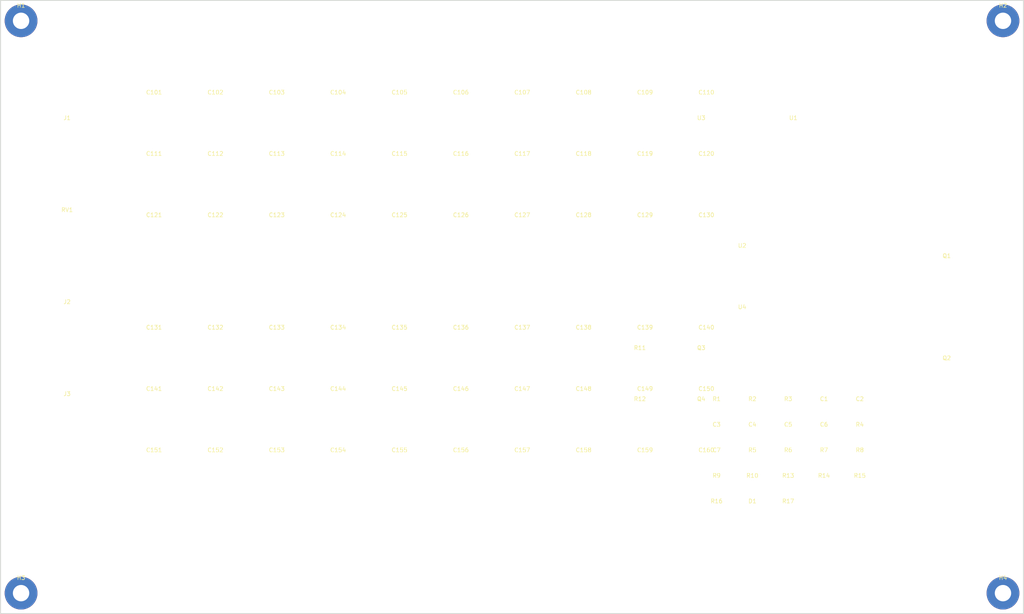
<source format=kicad_pcb>
(kicad_pcb (version 20241229) (generator "generate_pcb.py") (generator_version "1.0")
  (title_block (title "Generator Soft-Start") (date "2025-01") (rev "A") (comment 1 "Supercapacitor Power Assist") (comment 2 "200x120mm 2-layer PCB"))
  (layers (0 "F.Cu" signal) (31 "B.Cu" signal) (34 "B.Paste" user) (35 "F.Paste" user) (36 "B.SilkS" user "B.Silkscreen") (37 "F.SilkS" user "F.Silkscreen") (38 "B.Mask" user) (39 "F.Mask" user) (44 "Edge.Cuts" user))
  (net 0 "")
  (net 1 "GND")
  (net 2 "+3.3V")
  (net 3 "AC_L")
  (net 4 "AC_N")
  (net 5 "SC_POS")
  (net 6 "SC_NEG")
  (gr_rect (start 0 0) (end 200.0000 120.0000) (stroke (width 0.15)) (fill none) (layer "Edge.Cuts"))
  (footprint "MountingHole:MountingHole_3.2mm_M3" (layer "F.Cu") (at 4.0000 4.0000)
    (property "Reference" "H1" (at 0 -3 0) (layer "F.SilkS") (effects (font (size 0.8 0.8) (thickness 0.12))))
    (property "Value" "MountingHole")
    (pad "1" thru_hole circle (at 0 0) (size 6.4 6.4) (drill 3.2) (layers "*.Cu" "*.Mask"))
  )
  (footprint "MountingHole:MountingHole_3.2mm_M3" (layer "F.Cu") (at 196.0000 4.0000)
    (property "Reference" "H2" (at 0 -3 0) (layer "F.SilkS") (effects (font (size 0.8 0.8) (thickness 0.12))))
    (property "Value" "MountingHole")
    (pad "1" thru_hole circle (at 0 0) (size 6.4 6.4) (drill 3.2) (layers "*.Cu" "*.Mask"))
  )
  (footprint "MountingHole:MountingHole_3.2mm_M3" (layer "F.Cu") (at 4.0000 116.0000)
    (property "Reference" "H3" (at 0 -3 0) (layer "F.SilkS") (effects (font (size 0.8 0.8) (thickness 0.12))))
    (property "Value" "MountingHole")
    (pad "1" thru_hole circle (at 0 0) (size 6.4 6.4) (drill 3.2) (layers "*.Cu" "*.Mask"))
  )
  (footprint "MountingHole:MountingHole_3.2mm_M3" (layer "F.Cu") (at 196.0000 116.0000)
    (property "Reference" "H4" (at 0 -3 0) (layer "F.SilkS") (effects (font (size 0.8 0.8) (thickness 0.12))))
    (property "Value" "MountingHole")
    (pad "1" thru_hole circle (at 0 0) (size 6.4 6.4) (drill 3.2) (layers "*.Cu" "*.Mask"))
  )
  (footprint "Capacitor_THT:CP_Radial_D10.0mm_P5.00mm" (layer "F.Cu") (at 30.0000 20.0000 0)
    (property "Reference" "C101" (at 0 -2 0) (layer "F.SilkS") (effects (font (size 0.8 0.8) (thickness 0.12))))
    (property "Value" "12F 2.7V")
  )
  (footprint "Capacitor_THT:CP_Radial_D10.0mm_P5.00mm" (layer "F.Cu") (at 42.0000 20.0000 0)
    (property "Reference" "C102" (at 0 -2 0) (layer "F.SilkS") (effects (font (size 0.8 0.8) (thickness 0.12))))
    (property "Value" "12F 2.7V")
  )
  (footprint "Capacitor_THT:CP_Radial_D10.0mm_P5.00mm" (layer "F.Cu") (at 54.0000 20.0000 0)
    (property "Reference" "C103" (at 0 -2 0) (layer "F.SilkS") (effects (font (size 0.8 0.8) (thickness 0.12))))
    (property "Value" "12F 2.7V")
  )
  (footprint "Capacitor_THT:CP_Radial_D10.0mm_P5.00mm" (layer "F.Cu") (at 66.0000 20.0000 0)
    (property "Reference" "C104" (at 0 -2 0) (layer "F.SilkS") (effects (font (size 0.8 0.8) (thickness 0.12))))
    (property "Value" "12F 2.7V")
  )
  (footprint "Capacitor_THT:CP_Radial_D10.0mm_P5.00mm" (layer "F.Cu") (at 78.0000 20.0000 0)
    (property "Reference" "C105" (at 0 -2 0) (layer "F.SilkS") (effects (font (size 0.8 0.8) (thickness 0.12))))
    (property "Value" "12F 2.7V")
  )
  (footprint "Capacitor_THT:CP_Radial_D10.0mm_P5.00mm" (layer "F.Cu") (at 90.0000 20.0000 0)
    (property "Reference" "C106" (at 0 -2 0) (layer "F.SilkS") (effects (font (size 0.8 0.8) (thickness 0.12))))
    (property "Value" "12F 2.7V")
  )
  (footprint "Capacitor_THT:CP_Radial_D10.0mm_P5.00mm" (layer "F.Cu") (at 102.0000 20.0000 0)
    (property "Reference" "C107" (at 0 -2 0) (layer "F.SilkS") (effects (font (size 0.8 0.8) (thickness 0.12))))
    (property "Value" "12F 2.7V")
  )
  (footprint "Capacitor_THT:CP_Radial_D10.0mm_P5.00mm" (layer "F.Cu") (at 114.0000 20.0000 0)
    (property "Reference" "C108" (at 0 -2 0) (layer "F.SilkS") (effects (font (size 0.8 0.8) (thickness 0.12))))
    (property "Value" "12F 2.7V")
  )
  (footprint "Capacitor_THT:CP_Radial_D10.0mm_P5.00mm" (layer "F.Cu") (at 126.0000 20.0000 0)
    (property "Reference" "C109" (at 0 -2 0) (layer "F.SilkS") (effects (font (size 0.8 0.8) (thickness 0.12))))
    (property "Value" "12F 2.7V")
  )
  (footprint "Capacitor_THT:CP_Radial_D10.0mm_P5.00mm" (layer "F.Cu") (at 138.0000 20.0000 0)
    (property "Reference" "C110" (at 0 -2 0) (layer "F.SilkS") (effects (font (size 0.8 0.8) (thickness 0.12))))
    (property "Value" "12F 2.7V")
  )
  (footprint "Capacitor_THT:CP_Radial_D10.0mm_P5.00mm" (layer "F.Cu") (at 30.0000 32.0000 0)
    (property "Reference" "C111" (at 0 -2 0) (layer "F.SilkS") (effects (font (size 0.8 0.8) (thickness 0.12))))
    (property "Value" "12F 2.7V")
  )
  (footprint "Capacitor_THT:CP_Radial_D10.0mm_P5.00mm" (layer "F.Cu") (at 42.0000 32.0000 0)
    (property "Reference" "C112" (at 0 -2 0) (layer "F.SilkS") (effects (font (size 0.8 0.8) (thickness 0.12))))
    (property "Value" "12F 2.7V")
  )
  (footprint "Capacitor_THT:CP_Radial_D10.0mm_P5.00mm" (layer "F.Cu") (at 54.0000 32.0000 0)
    (property "Reference" "C113" (at 0 -2 0) (layer "F.SilkS") (effects (font (size 0.8 0.8) (thickness 0.12))))
    (property "Value" "12F 2.7V")
  )
  (footprint "Capacitor_THT:CP_Radial_D10.0mm_P5.00mm" (layer "F.Cu") (at 66.0000 32.0000 0)
    (property "Reference" "C114" (at 0 -2 0) (layer "F.SilkS") (effects (font (size 0.8 0.8) (thickness 0.12))))
    (property "Value" "12F 2.7V")
  )
  (footprint "Capacitor_THT:CP_Radial_D10.0mm_P5.00mm" (layer "F.Cu") (at 78.0000 32.0000 0)
    (property "Reference" "C115" (at 0 -2 0) (layer "F.SilkS") (effects (font (size 0.8 0.8) (thickness 0.12))))
    (property "Value" "12F 2.7V")
  )
  (footprint "Capacitor_THT:CP_Radial_D10.0mm_P5.00mm" (layer "F.Cu") (at 90.0000 32.0000 0)
    (property "Reference" "C116" (at 0 -2 0) (layer "F.SilkS") (effects (font (size 0.8 0.8) (thickness 0.12))))
    (property "Value" "12F 2.7V")
  )
  (footprint "Capacitor_THT:CP_Radial_D10.0mm_P5.00mm" (layer "F.Cu") (at 102.0000 32.0000 0)
    (property "Reference" "C117" (at 0 -2 0) (layer "F.SilkS") (effects (font (size 0.8 0.8) (thickness 0.12))))
    (property "Value" "12F 2.7V")
  )
  (footprint "Capacitor_THT:CP_Radial_D10.0mm_P5.00mm" (layer "F.Cu") (at 114.0000 32.0000 0)
    (property "Reference" "C118" (at 0 -2 0) (layer "F.SilkS") (effects (font (size 0.8 0.8) (thickness 0.12))))
    (property "Value" "12F 2.7V")
  )
  (footprint "Capacitor_THT:CP_Radial_D10.0mm_P5.00mm" (layer "F.Cu") (at 126.0000 32.0000 0)
    (property "Reference" "C119" (at 0 -2 0) (layer "F.SilkS") (effects (font (size 0.8 0.8) (thickness 0.12))))
    (property "Value" "12F 2.7V")
  )
  (footprint "Capacitor_THT:CP_Radial_D10.0mm_P5.00mm" (layer "F.Cu") (at 138.0000 32.0000 0)
    (property "Reference" "C120" (at 0 -2 0) (layer "F.SilkS") (effects (font (size 0.8 0.8) (thickness 0.12))))
    (property "Value" "12F 2.7V")
  )
  (footprint "Capacitor_THT:CP_Radial_D10.0mm_P5.00mm" (layer "F.Cu") (at 30.0000 44.0000 0)
    (property "Reference" "C121" (at 0 -2 0) (layer "F.SilkS") (effects (font (size 0.8 0.8) (thickness 0.12))))
    (property "Value" "12F 2.7V")
  )
  (footprint "Capacitor_THT:CP_Radial_D10.0mm_P5.00mm" (layer "F.Cu") (at 42.0000 44.0000 0)
    (property "Reference" "C122" (at 0 -2 0) (layer "F.SilkS") (effects (font (size 0.8 0.8) (thickness 0.12))))
    (property "Value" "12F 2.7V")
  )
  (footprint "Capacitor_THT:CP_Radial_D10.0mm_P5.00mm" (layer "F.Cu") (at 54.0000 44.0000 0)
    (property "Reference" "C123" (at 0 -2 0) (layer "F.SilkS") (effects (font (size 0.8 0.8) (thickness 0.12))))
    (property "Value" "12F 2.7V")
  )
  (footprint "Capacitor_THT:CP_Radial_D10.0mm_P5.00mm" (layer "F.Cu") (at 66.0000 44.0000 0)
    (property "Reference" "C124" (at 0 -2 0) (layer "F.SilkS") (effects (font (size 0.8 0.8) (thickness 0.12))))
    (property "Value" "12F 2.7V")
  )
  (footprint "Capacitor_THT:CP_Radial_D10.0mm_P5.00mm" (layer "F.Cu") (at 78.0000 44.0000 0)
    (property "Reference" "C125" (at 0 -2 0) (layer "F.SilkS") (effects (font (size 0.8 0.8) (thickness 0.12))))
    (property "Value" "12F 2.7V")
  )
  (footprint "Capacitor_THT:CP_Radial_D10.0mm_P5.00mm" (layer "F.Cu") (at 90.0000 44.0000 0)
    (property "Reference" "C126" (at 0 -2 0) (layer "F.SilkS") (effects (font (size 0.8 0.8) (thickness 0.12))))
    (property "Value" "12F 2.7V")
  )
  (footprint "Capacitor_THT:CP_Radial_D10.0mm_P5.00mm" (layer "F.Cu") (at 102.0000 44.0000 0)
    (property "Reference" "C127" (at 0 -2 0) (layer "F.SilkS") (effects (font (size 0.8 0.8) (thickness 0.12))))
    (property "Value" "12F 2.7V")
  )
  (footprint "Capacitor_THT:CP_Radial_D10.0mm_P5.00mm" (layer "F.Cu") (at 114.0000 44.0000 0)
    (property "Reference" "C128" (at 0 -2 0) (layer "F.SilkS") (effects (font (size 0.8 0.8) (thickness 0.12))))
    (property "Value" "12F 2.7V")
  )
  (footprint "Capacitor_THT:CP_Radial_D10.0mm_P5.00mm" (layer "F.Cu") (at 126.0000 44.0000 0)
    (property "Reference" "C129" (at 0 -2 0) (layer "F.SilkS") (effects (font (size 0.8 0.8) (thickness 0.12))))
    (property "Value" "12F 2.7V")
  )
  (footprint "Capacitor_THT:CP_Radial_D10.0mm_P5.00mm" (layer "F.Cu") (at 138.0000 44.0000 0)
    (property "Reference" "C130" (at 0 -2 0) (layer "F.SilkS") (effects (font (size 0.8 0.8) (thickness 0.12))))
    (property "Value" "12F 2.7V")
  )
  (footprint "Capacitor_THT:CP_Radial_D10.0mm_P5.00mm" (layer "F.Cu") (at 30.0000 66.0000 0)
    (property "Reference" "C131" (at 0 -2 0) (layer "F.SilkS") (effects (font (size 0.8 0.8) (thickness 0.12))))
    (property "Value" "12F 2.7V")
  )
  (footprint "Capacitor_THT:CP_Radial_D10.0mm_P5.00mm" (layer "F.Cu") (at 42.0000 66.0000 0)
    (property "Reference" "C132" (at 0 -2 0) (layer "F.SilkS") (effects (font (size 0.8 0.8) (thickness 0.12))))
    (property "Value" "12F 2.7V")
  )
  (footprint "Capacitor_THT:CP_Radial_D10.0mm_P5.00mm" (layer "F.Cu") (at 54.0000 66.0000 0)
    (property "Reference" "C133" (at 0 -2 0) (layer "F.SilkS") (effects (font (size 0.8 0.8) (thickness 0.12))))
    (property "Value" "12F 2.7V")
  )
  (footprint "Capacitor_THT:CP_Radial_D10.0mm_P5.00mm" (layer "F.Cu") (at 66.0000 66.0000 0)
    (property "Reference" "C134" (at 0 -2 0) (layer "F.SilkS") (effects (font (size 0.8 0.8) (thickness 0.12))))
    (property "Value" "12F 2.7V")
  )
  (footprint "Capacitor_THT:CP_Radial_D10.0mm_P5.00mm" (layer "F.Cu") (at 78.0000 66.0000 0)
    (property "Reference" "C135" (at 0 -2 0) (layer "F.SilkS") (effects (font (size 0.8 0.8) (thickness 0.12))))
    (property "Value" "12F 2.7V")
  )
  (footprint "Capacitor_THT:CP_Radial_D10.0mm_P5.00mm" (layer "F.Cu") (at 90.0000 66.0000 0)
    (property "Reference" "C136" (at 0 -2 0) (layer "F.SilkS") (effects (font (size 0.8 0.8) (thickness 0.12))))
    (property "Value" "12F 2.7V")
  )
  (footprint "Capacitor_THT:CP_Radial_D10.0mm_P5.00mm" (layer "F.Cu") (at 102.0000 66.0000 0)
    (property "Reference" "C137" (at 0 -2 0) (layer "F.SilkS") (effects (font (size 0.8 0.8) (thickness 0.12))))
    (property "Value" "12F 2.7V")
  )
  (footprint "Capacitor_THT:CP_Radial_D10.0mm_P5.00mm" (layer "F.Cu") (at 114.0000 66.0000 0)
    (property "Reference" "C138" (at 0 -2 0) (layer "F.SilkS") (effects (font (size 0.8 0.8) (thickness 0.12))))
    (property "Value" "12F 2.7V")
  )
  (footprint "Capacitor_THT:CP_Radial_D10.0mm_P5.00mm" (layer "F.Cu") (at 126.0000 66.0000 0)
    (property "Reference" "C139" (at 0 -2 0) (layer "F.SilkS") (effects (font (size 0.8 0.8) (thickness 0.12))))
    (property "Value" "12F 2.7V")
  )
  (footprint "Capacitor_THT:CP_Radial_D10.0mm_P5.00mm" (layer "F.Cu") (at 138.0000 66.0000 0)
    (property "Reference" "C140" (at 0 -2 0) (layer "F.SilkS") (effects (font (size 0.8 0.8) (thickness 0.12))))
    (property "Value" "12F 2.7V")
  )
  (footprint "Capacitor_THT:CP_Radial_D10.0mm_P5.00mm" (layer "F.Cu") (at 30.0000 78.0000 0)
    (property "Reference" "C141" (at 0 -2 0) (layer "F.SilkS") (effects (font (size 0.8 0.8) (thickness 0.12))))
    (property "Value" "12F 2.7V")
  )
  (footprint "Capacitor_THT:CP_Radial_D10.0mm_P5.00mm" (layer "F.Cu") (at 42.0000 78.0000 0)
    (property "Reference" "C142" (at 0 -2 0) (layer "F.SilkS") (effects (font (size 0.8 0.8) (thickness 0.12))))
    (property "Value" "12F 2.7V")
  )
  (footprint "Capacitor_THT:CP_Radial_D10.0mm_P5.00mm" (layer "F.Cu") (at 54.0000 78.0000 0)
    (property "Reference" "C143" (at 0 -2 0) (layer "F.SilkS") (effects (font (size 0.8 0.8) (thickness 0.12))))
    (property "Value" "12F 2.7V")
  )
  (footprint "Capacitor_THT:CP_Radial_D10.0mm_P5.00mm" (layer "F.Cu") (at 66.0000 78.0000 0)
    (property "Reference" "C144" (at 0 -2 0) (layer "F.SilkS") (effects (font (size 0.8 0.8) (thickness 0.12))))
    (property "Value" "12F 2.7V")
  )
  (footprint "Capacitor_THT:CP_Radial_D10.0mm_P5.00mm" (layer "F.Cu") (at 78.0000 78.0000 0)
    (property "Reference" "C145" (at 0 -2 0) (layer "F.SilkS") (effects (font (size 0.8 0.8) (thickness 0.12))))
    (property "Value" "12F 2.7V")
  )
  (footprint "Capacitor_THT:CP_Radial_D10.0mm_P5.00mm" (layer "F.Cu") (at 90.0000 78.0000 0)
    (property "Reference" "C146" (at 0 -2 0) (layer "F.SilkS") (effects (font (size 0.8 0.8) (thickness 0.12))))
    (property "Value" "12F 2.7V")
  )
  (footprint "Capacitor_THT:CP_Radial_D10.0mm_P5.00mm" (layer "F.Cu") (at 102.0000 78.0000 0)
    (property "Reference" "C147" (at 0 -2 0) (layer "F.SilkS") (effects (font (size 0.8 0.8) (thickness 0.12))))
    (property "Value" "12F 2.7V")
  )
  (footprint "Capacitor_THT:CP_Radial_D10.0mm_P5.00mm" (layer "F.Cu") (at 114.0000 78.0000 0)
    (property "Reference" "C148" (at 0 -2 0) (layer "F.SilkS") (effects (font (size 0.8 0.8) (thickness 0.12))))
    (property "Value" "12F 2.7V")
  )
  (footprint "Capacitor_THT:CP_Radial_D10.0mm_P5.00mm" (layer "F.Cu") (at 126.0000 78.0000 0)
    (property "Reference" "C149" (at 0 -2 0) (layer "F.SilkS") (effects (font (size 0.8 0.8) (thickness 0.12))))
    (property "Value" "12F 2.7V")
  )
  (footprint "Capacitor_THT:CP_Radial_D10.0mm_P5.00mm" (layer "F.Cu") (at 138.0000 78.0000 0)
    (property "Reference" "C150" (at 0 -2 0) (layer "F.SilkS") (effects (font (size 0.8 0.8) (thickness 0.12))))
    (property "Value" "12F 2.7V")
  )
  (footprint "Capacitor_THT:CP_Radial_D10.0mm_P5.00mm" (layer "F.Cu") (at 30.0000 90.0000 0)
    (property "Reference" "C151" (at 0 -2 0) (layer "F.SilkS") (effects (font (size 0.8 0.8) (thickness 0.12))))
    (property "Value" "12F 2.7V")
  )
  (footprint "Capacitor_THT:CP_Radial_D10.0mm_P5.00mm" (layer "F.Cu") (at 42.0000 90.0000 0)
    (property "Reference" "C152" (at 0 -2 0) (layer "F.SilkS") (effects (font (size 0.8 0.8) (thickness 0.12))))
    (property "Value" "12F 2.7V")
  )
  (footprint "Capacitor_THT:CP_Radial_D10.0mm_P5.00mm" (layer "F.Cu") (at 54.0000 90.0000 0)
    (property "Reference" "C153" (at 0 -2 0) (layer "F.SilkS") (effects (font (size 0.8 0.8) (thickness 0.12))))
    (property "Value" "12F 2.7V")
  )
  (footprint "Capacitor_THT:CP_Radial_D10.0mm_P5.00mm" (layer "F.Cu") (at 66.0000 90.0000 0)
    (property "Reference" "C154" (at 0 -2 0) (layer "F.SilkS") (effects (font (size 0.8 0.8) (thickness 0.12))))
    (property "Value" "12F 2.7V")
  )
  (footprint "Capacitor_THT:CP_Radial_D10.0mm_P5.00mm" (layer "F.Cu") (at 78.0000 90.0000 0)
    (property "Reference" "C155" (at 0 -2 0) (layer "F.SilkS") (effects (font (size 0.8 0.8) (thickness 0.12))))
    (property "Value" "12F 2.7V")
  )
  (footprint "Capacitor_THT:CP_Radial_D10.0mm_P5.00mm" (layer "F.Cu") (at 90.0000 90.0000 0)
    (property "Reference" "C156" (at 0 -2 0) (layer "F.SilkS") (effects (font (size 0.8 0.8) (thickness 0.12))))
    (property "Value" "12F 2.7V")
  )
  (footprint "Capacitor_THT:CP_Radial_D10.0mm_P5.00mm" (layer "F.Cu") (at 102.0000 90.0000 0)
    (property "Reference" "C157" (at 0 -2 0) (layer "F.SilkS") (effects (font (size 0.8 0.8) (thickness 0.12))))
    (property "Value" "12F 2.7V")
  )
  (footprint "Capacitor_THT:CP_Radial_D10.0mm_P5.00mm" (layer "F.Cu") (at 114.0000 90.0000 0)
    (property "Reference" "C158" (at 0 -2 0) (layer "F.SilkS") (effects (font (size 0.8 0.8) (thickness 0.12))))
    (property "Value" "12F 2.7V")
  )
  (footprint "Capacitor_THT:CP_Radial_D10.0mm_P5.00mm" (layer "F.Cu") (at 126.0000 90.0000 0)
    (property "Reference" "C159" (at 0 -2 0) (layer "F.SilkS") (effects (font (size 0.8 0.8) (thickness 0.12))))
    (property "Value" "12F 2.7V")
  )
  (footprint "Capacitor_THT:CP_Radial_D10.0mm_P5.00mm" (layer "F.Cu") (at 138.0000 90.0000 0)
    (property "Reference" "C160" (at 0 -2 0) (layer "F.SilkS") (effects (font (size 0.8 0.8) (thickness 0.12))))
    (property "Value" "12F 2.7V")
  )
  (footprint "TerminalBlock:TerminalBlock_bornier-2_P5.08mm" (layer "F.Cu") (at 13.0000 25.0000 0)
    (property "Reference" "J1" (at 0 -2 0) (layer "F.SilkS") (effects (font (size 0.8 0.8) (thickness 0.12))))
    (property "Value" "AC_IN")
  )
  (footprint "Varistor:RV_Disc_D12mm_W4.2mm_P7.5mm" (layer "F.Cu") (at 13.0000 43.0000 0)
    (property "Reference" "RV1" (at 0 -2 0) (layer "F.SilkS") (effects (font (size 0.8 0.8) (thickness 0.12))))
    (property "Value" "275VAC")
  )
  (footprint "TerminalBlock:TerminalBlock_bornier-2_P5.08mm" (layer "F.Cu") (at 13.0000 61.0000 0)
    (property "Reference" "J2" (at 0 -2 0) (layer "F.SilkS") (effects (font (size 0.8 0.8) (thickness 0.12))))
    (property "Value" "AC_OUT")
  )
  (footprint "Connector_PinHeader_2.54mm:PinHeader_1x05_P2.54mm_Vertical" (layer "F.Cu") (at 13.0000 79.0000 0)
    (property "Reference" "J3" (at 0 -2 0) (layer "F.SilkS") (effects (font (size 0.8 0.8) (thickness 0.12))))
    (property "Value" "SWD")
  )
  (footprint "Package_SO:TSSOP-20_4.4x6.5mm_P0.65mm" (layer "F.Cu") (at 155.0000 25.0000 0)
    (property "Reference" "U1" (at 0 -2 0) (layer "F.SilkS") (effects (font (size 0.8 0.8) (thickness 0.12))))
    (property "Value" "STM32G031F6P6")
  )
  (footprint "Package_DIP:DIP-6_W7.62mm" (layer "F.Cu") (at 145.0000 50.0000 0)
    (property "Reference" "U2" (at 0 -2 0) (layer "F.SilkS") (effects (font (size 0.8 0.8) (thickness 0.12))))
    (property "Value" "H11AA1")
  )
  (footprint "Package_TO_SOT_SMD:SOT-23-5" (layer "F.Cu") (at 145.0000 62.0000 0)
    (property "Reference" "U4" (at 0 -2 0) (layer "F.SilkS") (effects (font (size 0.8 0.8) (thickness 0.12))))
    (property "Value" "INA180A1")
  )
  (footprint "Package_TO_SOT_THT:TO-220-3_Vertical" (layer "F.Cu") (at 183.0000 50.0000 270)
    (property "Reference" "Q1" (at 0 -2 0) (layer "F.SilkS") (effects (font (size 0.8 0.8) (thickness 0.12))))
    (property "Value" "IRFB4110")
  )
  (footprint "Package_TO_SOT_THT:TO-220-3_Vertical" (layer "F.Cu") (at 183.0000 70.0000 270)
    (property "Reference" "Q2" (at 0 -2 0) (layer "F.SilkS") (effects (font (size 0.8 0.8) (thickness 0.12))))
    (property "Value" "IRFB4110")
  )
  (footprint "Resistor_SMD:R_2512_6332Metric" (layer "F.Cu") (at 125.0000 70.0000 0)
    (property "Reference" "R11" (at 0 -2 0) (layer "F.SilkS") (effects (font (size 0.8 0.8) (thickness 0.12))))
    (property "Value" "100R 5W")
  )
  (footprint "Package_TO_SOT_SMD:SOT-23" (layer "F.Cu") (at 137.0000 70.0000 0)
    (property "Reference" "Q3" (at 0 -2 0) (layer "F.SilkS") (effects (font (size 0.8 0.8) (thickness 0.12))))
    (property "Value" "AO3400")
  )
  (footprint "Resistor_SMD:R_2512_6332Metric" (layer "F.Cu") (at 125.0000 80.0000 0)
    (property "Reference" "R12" (at 0 -2 0) (layer "F.SilkS") (effects (font (size 0.8 0.8) (thickness 0.12))))
    (property "Value" "100R 5W")
  )
  (footprint "Package_TO_SOT_SMD:SOT-23" (layer "F.Cu") (at 137.0000 80.0000 0)
    (property "Reference" "Q4" (at 0 -2 0) (layer "F.SilkS") (effects (font (size 0.8 0.8) (thickness 0.12))))
    (property "Value" "AO3400")
  )
  (footprint "Package_TO_SOT_SMD:SOT-223-3_TabPin2" (layer "F.Cu") (at 137.0000 25.0000 0)
    (property "Reference" "U3" (at 0 -2 0) (layer "F.SilkS") (effects (font (size 0.8 0.8) (thickness 0.12))))
    (property "Value" "AMS1117-3.3")
  )
  (footprint "Resistor_SMD:R_0805_2012Metric" (layer "F.Cu") (at 140.0000 80.0000 0)
    (property "Reference" "R1" (at 0 -2 0) (layer "F.SilkS") (effects (font (size 0.8 0.8) (thickness 0.12))))
    (property "Value" "47k")
  )
  (footprint "Resistor_SMD:R_0805_2012Metric" (layer "F.Cu") (at 147.0000 80.0000 0)
    (property "Reference" "R2" (at 0 -2 0) (layer "F.SilkS") (effects (font (size 0.8 0.8) (thickness 0.12))))
    (property "Value" "47k")
  )
  (footprint "Resistor_SMD:R_0805_2012Metric" (layer "F.Cu") (at 154.0000 80.0000 0)
    (property "Reference" "R3" (at 0 -2 0) (layer "F.SilkS") (effects (font (size 0.8 0.8) (thickness 0.12))))
    (property "Value" "10k")
  )
  (footprint "Capacitor_SMD:C_0805_2012Metric" (layer "F.Cu") (at 161.0000 80.0000 0)
    (property "Reference" "C1" (at 0 -2 0) (layer "F.SilkS") (effects (font (size 0.8 0.8) (thickness 0.12))))
    (property "Value" "100nF")
  )
  (footprint "Capacitor_SMD:C_0805_2012Metric" (layer "F.Cu") (at 168.0000 80.0000 0)
    (property "Reference" "C2" (at 0 -2 0) (layer "F.SilkS") (effects (font (size 0.8 0.8) (thickness 0.12))))
    (property "Value" "100nF")
  )
  (footprint "Capacitor_SMD:C_0805_2012Metric" (layer "F.Cu") (at 140.0000 85.0000 0)
    (property "Reference" "C3" (at 0 -2 0) (layer "F.SilkS") (effects (font (size 0.8 0.8) (thickness 0.12))))
    (property "Value" "4.7uF")
  )
  (footprint "Capacitor_SMD:C_0805_2012Metric" (layer "F.Cu") (at 147.0000 85.0000 0)
    (property "Reference" "C4" (at 0 -2 0) (layer "F.SilkS") (effects (font (size 0.8 0.8) (thickness 0.12))))
    (property "Value" "10uF")
  )
  (footprint "Capacitor_SMD:C_0805_2012Metric" (layer "F.Cu") (at 154.0000 85.0000 0)
    (property "Reference" "C5" (at 0 -2 0) (layer "F.SilkS") (effects (font (size 0.8 0.8) (thickness 0.12))))
    (property "Value" "10uF")
  )
  (footprint "Capacitor_SMD:C_0805_2012Metric" (layer "F.Cu") (at 161.0000 85.0000 0)
    (property "Reference" "C6" (at 0 -2 0) (layer "F.SilkS") (effects (font (size 0.8 0.8) (thickness 0.12))))
    (property "Value" "100nF")
  )
  (footprint "Resistor_SMD:R_2512_6332Metric" (layer "F.Cu") (at 168.0000 85.0000 0)
    (property "Reference" "R4" (at 0 -2 0) (layer "F.SilkS") (effects (font (size 0.8 0.8) (thickness 0.12))))
    (property "Value" "5mR")
  )
  (footprint "Capacitor_SMD:C_0805_2012Metric" (layer "F.Cu") (at 140.0000 90.0000 0)
    (property "Reference" "C7" (at 0 -2 0) (layer "F.SilkS") (effects (font (size 0.8 0.8) (thickness 0.12))))
    (property "Value" "100nF")
  )
  (footprint "Resistor_SMD:R_0805_2012Metric" (layer "F.Cu") (at 147.0000 90.0000 0)
    (property "Reference" "R5" (at 0 -2 0) (layer "F.SilkS") (effects (font (size 0.8 0.8) (thickness 0.12))))
    (property "Value" "1M")
  )
  (footprint "Resistor_SMD:R_0805_2012Metric" (layer "F.Cu") (at 154.0000 90.0000 0)
    (property "Reference" "R6" (at 0 -2 0) (layer "F.SilkS") (effects (font (size 0.8 0.8) (thickness 0.12))))
    (property "Value" "10k")
  )
  (footprint "Resistor_SMD:R_0805_2012Metric" (layer "F.Cu") (at 161.0000 90.0000 0)
    (property "Reference" "R7" (at 0 -2 0) (layer "F.SilkS") (effects (font (size 0.8 0.8) (thickness 0.12))))
    (property "Value" "820k")
  )
  (footprint "Resistor_SMD:R_0805_2012Metric" (layer "F.Cu") (at 168.0000 90.0000 0)
    (property "Reference" "R8" (at 0 -2 0) (layer "F.SilkS") (effects (font (size 0.8 0.8) (thickness 0.12))))
    (property "Value" "10k")
  )
  (footprint "Resistor_SMD:R_0805_2012Metric" (layer "F.Cu") (at 140.0000 95.0000 0)
    (property "Reference" "R9" (at 0 -2 0) (layer "F.SilkS") (effects (font (size 0.8 0.8) (thickness 0.12))))
    (property "Value" "820k")
  )
  (footprint "Resistor_SMD:R_0805_2012Metric" (layer "F.Cu") (at 147.0000 95.0000 0)
    (property "Reference" "R10" (at 0 -2 0) (layer "F.SilkS") (effects (font (size 0.8 0.8) (thickness 0.12))))
    (property "Value" "10k")
  )
  (footprint "Resistor_SMD:R_0805_2012Metric" (layer "F.Cu") (at 154.0000 95.0000 0)
    (property "Reference" "R13" (at 0 -2 0) (layer "F.SilkS") (effects (font (size 0.8 0.8) (thickness 0.12))))
    (property "Value" "100R")
  )
  (footprint "Resistor_SMD:R_0805_2012Metric" (layer "F.Cu") (at 161.0000 95.0000 0)
    (property "Reference" "R14" (at 0 -2 0) (layer "F.SilkS") (effects (font (size 0.8 0.8) (thickness 0.12))))
    (property "Value" "10k")
  )
  (footprint "Resistor_SMD:R_0805_2012Metric" (layer "F.Cu") (at 168.0000 95.0000 0)
    (property "Reference" "R15" (at 0 -2 0) (layer "F.SilkS") (effects (font (size 0.8 0.8) (thickness 0.12))))
    (property "Value" "100R")
  )
  (footprint "Resistor_SMD:R_0805_2012Metric" (layer "F.Cu") (at 140.0000 100.0000 0)
    (property "Reference" "R16" (at 0 -2 0) (layer "F.SilkS") (effects (font (size 0.8 0.8) (thickness 0.12))))
    (property "Value" "10k")
  )
  (footprint "LED_SMD:LED_0805_2012Metric" (layer "F.Cu") (at 147.0000 100.0000 0)
    (property "Reference" "D1" (at 0 -2 0) (layer "F.SilkS") (effects (font (size 0.8 0.8) (thickness 0.12))))
    (property "Value" "Green")
  )
  (footprint "Resistor_SMD:R_0805_2012Metric" (layer "F.Cu") (at 154.0000 100.0000 0)
    (property "Reference" "R17" (at 0 -2 0) (layer "F.SilkS") (effects (font (size 0.8 0.8) (thickness 0.12))))
    (property "Value" "330R")
  )
)
</source>
